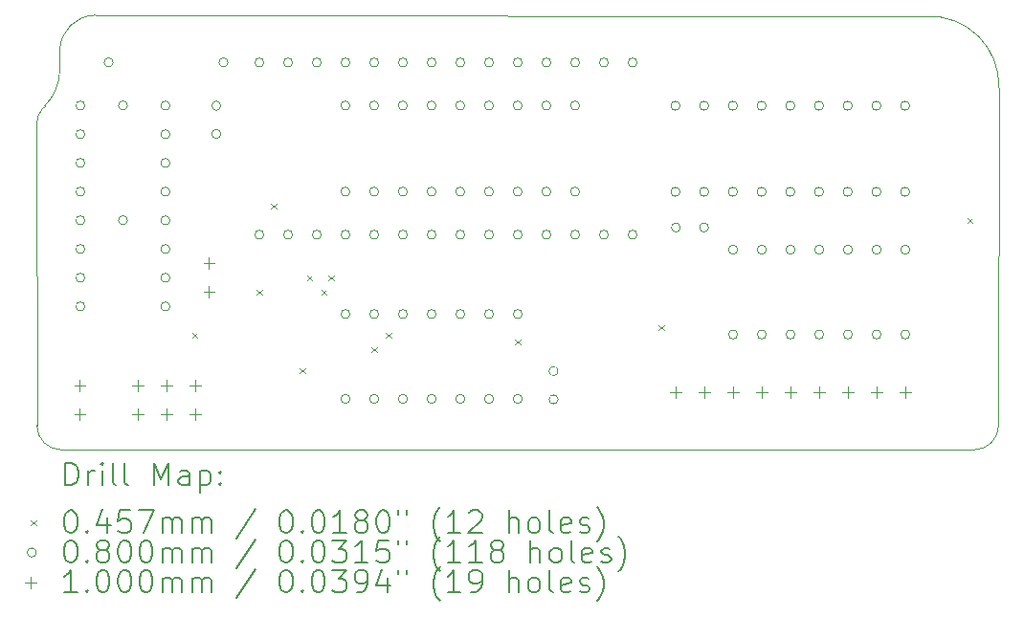
<source format=gbr>
%TF.GenerationSoftware,KiCad,Pcbnew,(6.0.11)*%
%TF.CreationDate,2023-02-07T02:55:36-07:00*%
%TF.ProjectId,FennecRAMadapt,46656e6e-6563-4524-914d-61646170742e,rev?*%
%TF.SameCoordinates,Original*%
%TF.FileFunction,Drillmap*%
%TF.FilePolarity,Positive*%
%FSLAX45Y45*%
G04 Gerber Fmt 4.5, Leading zero omitted, Abs format (unit mm)*
G04 Created by KiCad (PCBNEW (6.0.11)) date 2023-02-07 02:55:36*
%MOMM*%
%LPD*%
G01*
G04 APERTURE LIST*
%ADD10C,0.100000*%
%ADD11C,0.200000*%
%ADD12C,0.045720*%
%ADD13C,0.080000*%
G04 APERTURE END LIST*
D10*
X22737439Y-4352295D02*
X22734736Y-7338336D01*
X14276800Y-4533597D02*
X14295289Y-4512289D01*
X14276799Y-4533597D02*
G75*
G03*
X14226000Y-4668301I141501J-130293D01*
G01*
X14429200Y-4189000D02*
X14429200Y-4023900D01*
X14226264Y-7338336D02*
G75*
G03*
X14442164Y-7554236I215896J-4D01*
G01*
X22518836Y-7554236D02*
X14442164Y-7554236D01*
X14295289Y-4512289D02*
G75*
G03*
X14429200Y-4189000I-323289J323289D01*
G01*
X22737442Y-4352295D02*
G75*
G03*
X22099899Y-3717295I-611912J23185D01*
G01*
X14746700Y-3706400D02*
G75*
G03*
X14429200Y-4023900I0J-317500D01*
G01*
X22518836Y-7554236D02*
G75*
G03*
X22734736Y-7338336I4J215896D01*
G01*
X22099899Y-3717295D02*
X14746700Y-3706400D01*
X14226264Y-7338336D02*
X14226000Y-4668301D01*
D11*
D12*
X15600140Y-6515640D02*
X15645860Y-6561360D01*
X15645860Y-6515640D02*
X15600140Y-6561360D01*
X16171640Y-6134640D02*
X16217360Y-6180360D01*
X16217360Y-6134640D02*
X16171640Y-6180360D01*
X16298640Y-5372640D02*
X16344360Y-5418360D01*
X16344360Y-5372640D02*
X16298640Y-5418360D01*
X16552640Y-6833140D02*
X16598360Y-6878860D01*
X16598360Y-6833140D02*
X16552640Y-6878860D01*
X16616140Y-6007640D02*
X16661860Y-6053360D01*
X16661860Y-6007640D02*
X16616140Y-6053360D01*
X16743140Y-6134640D02*
X16788860Y-6180360D01*
X16788860Y-6134640D02*
X16743140Y-6180360D01*
X16806640Y-6007640D02*
X16852360Y-6053360D01*
X16852360Y-6007640D02*
X16806640Y-6053360D01*
X17187640Y-6642640D02*
X17233360Y-6688360D01*
X17233360Y-6642640D02*
X17187640Y-6688360D01*
X17314640Y-6515640D02*
X17360360Y-6561360D01*
X17360360Y-6515640D02*
X17314640Y-6561360D01*
X18457640Y-6579140D02*
X18503360Y-6624860D01*
X18503360Y-6579140D02*
X18457640Y-6624860D01*
X19727640Y-6452140D02*
X19773360Y-6497860D01*
X19773360Y-6452140D02*
X19727640Y-6497860D01*
X22458140Y-5499640D02*
X22503860Y-5545360D01*
X22503860Y-5499640D02*
X22458140Y-5545360D01*
D13*
X14651000Y-4507500D02*
G75*
G03*
X14651000Y-4507500I-40000J0D01*
G01*
X14651000Y-4761500D02*
G75*
G03*
X14651000Y-4761500I-40000J0D01*
G01*
X14651000Y-5015500D02*
G75*
G03*
X14651000Y-5015500I-40000J0D01*
G01*
X14651000Y-5269500D02*
G75*
G03*
X14651000Y-5269500I-40000J0D01*
G01*
X14651000Y-5523500D02*
G75*
G03*
X14651000Y-5523500I-40000J0D01*
G01*
X14651000Y-5777500D02*
G75*
G03*
X14651000Y-5777500I-40000J0D01*
G01*
X14651000Y-6031500D02*
G75*
G03*
X14651000Y-6031500I-40000J0D01*
G01*
X14651000Y-6285500D02*
G75*
G03*
X14651000Y-6285500I-40000J0D01*
G01*
X14901000Y-4125500D02*
G75*
G03*
X14901000Y-4125500I-40000J0D01*
G01*
X15028000Y-4506500D02*
G75*
G03*
X15028000Y-4506500I-40000J0D01*
G01*
X15028000Y-5522500D02*
G75*
G03*
X15028000Y-5522500I-40000J0D01*
G01*
X15403000Y-4507500D02*
G75*
G03*
X15403000Y-4507500I-40000J0D01*
G01*
X15403000Y-4761500D02*
G75*
G03*
X15403000Y-4761500I-40000J0D01*
G01*
X15403000Y-5015500D02*
G75*
G03*
X15403000Y-5015500I-40000J0D01*
G01*
X15403000Y-5269500D02*
G75*
G03*
X15403000Y-5269500I-40000J0D01*
G01*
X15403000Y-5523500D02*
G75*
G03*
X15403000Y-5523500I-40000J0D01*
G01*
X15403000Y-5777500D02*
G75*
G03*
X15403000Y-5777500I-40000J0D01*
G01*
X15403000Y-6031500D02*
G75*
G03*
X15403000Y-6031500I-40000J0D01*
G01*
X15403000Y-6285500D02*
G75*
G03*
X15403000Y-6285500I-40000J0D01*
G01*
X15853500Y-4508500D02*
G75*
G03*
X15853500Y-4508500I-40000J0D01*
G01*
X15853500Y-4758500D02*
G75*
G03*
X15853500Y-4758500I-40000J0D01*
G01*
X15917000Y-4125500D02*
G75*
G03*
X15917000Y-4125500I-40000J0D01*
G01*
X16234500Y-4126500D02*
G75*
G03*
X16234500Y-4126500I-40000J0D01*
G01*
X16234500Y-5650500D02*
G75*
G03*
X16234500Y-5650500I-40000J0D01*
G01*
X16488500Y-4126500D02*
G75*
G03*
X16488500Y-4126500I-40000J0D01*
G01*
X16488500Y-5650500D02*
G75*
G03*
X16488500Y-5650500I-40000J0D01*
G01*
X16742500Y-4126500D02*
G75*
G03*
X16742500Y-4126500I-40000J0D01*
G01*
X16742500Y-5650500D02*
G75*
G03*
X16742500Y-5650500I-40000J0D01*
G01*
X16995500Y-4507500D02*
G75*
G03*
X16995500Y-4507500I-40000J0D01*
G01*
X16995500Y-5269500D02*
G75*
G03*
X16995500Y-5269500I-40000J0D01*
G01*
X16996500Y-4126500D02*
G75*
G03*
X16996500Y-4126500I-40000J0D01*
G01*
X16996500Y-5650500D02*
G75*
G03*
X16996500Y-5650500I-40000J0D01*
G01*
X16996500Y-6353000D02*
G75*
G03*
X16996500Y-6353000I-40000J0D01*
G01*
X16996500Y-7105000D02*
G75*
G03*
X16996500Y-7105000I-40000J0D01*
G01*
X17249500Y-4507500D02*
G75*
G03*
X17249500Y-4507500I-40000J0D01*
G01*
X17249500Y-5269500D02*
G75*
G03*
X17249500Y-5269500I-40000J0D01*
G01*
X17250500Y-4126500D02*
G75*
G03*
X17250500Y-4126500I-40000J0D01*
G01*
X17250500Y-5650500D02*
G75*
G03*
X17250500Y-5650500I-40000J0D01*
G01*
X17250500Y-6353000D02*
G75*
G03*
X17250500Y-6353000I-40000J0D01*
G01*
X17250500Y-7105000D02*
G75*
G03*
X17250500Y-7105000I-40000J0D01*
G01*
X17503500Y-4507500D02*
G75*
G03*
X17503500Y-4507500I-40000J0D01*
G01*
X17503500Y-5269500D02*
G75*
G03*
X17503500Y-5269500I-40000J0D01*
G01*
X17504500Y-4126500D02*
G75*
G03*
X17504500Y-4126500I-40000J0D01*
G01*
X17504500Y-5650500D02*
G75*
G03*
X17504500Y-5650500I-40000J0D01*
G01*
X17504500Y-6353000D02*
G75*
G03*
X17504500Y-6353000I-40000J0D01*
G01*
X17504500Y-7105000D02*
G75*
G03*
X17504500Y-7105000I-40000J0D01*
G01*
X17757500Y-4507500D02*
G75*
G03*
X17757500Y-4507500I-40000J0D01*
G01*
X17757500Y-5269500D02*
G75*
G03*
X17757500Y-5269500I-40000J0D01*
G01*
X17758500Y-4126500D02*
G75*
G03*
X17758500Y-4126500I-40000J0D01*
G01*
X17758500Y-5650500D02*
G75*
G03*
X17758500Y-5650500I-40000J0D01*
G01*
X17758500Y-6353000D02*
G75*
G03*
X17758500Y-6353000I-40000J0D01*
G01*
X17758500Y-7105000D02*
G75*
G03*
X17758500Y-7105000I-40000J0D01*
G01*
X18011500Y-4507500D02*
G75*
G03*
X18011500Y-4507500I-40000J0D01*
G01*
X18011500Y-5269500D02*
G75*
G03*
X18011500Y-5269500I-40000J0D01*
G01*
X18012500Y-4126500D02*
G75*
G03*
X18012500Y-4126500I-40000J0D01*
G01*
X18012500Y-5650500D02*
G75*
G03*
X18012500Y-5650500I-40000J0D01*
G01*
X18012500Y-6353000D02*
G75*
G03*
X18012500Y-6353000I-40000J0D01*
G01*
X18012500Y-7105000D02*
G75*
G03*
X18012500Y-7105000I-40000J0D01*
G01*
X18265500Y-4507500D02*
G75*
G03*
X18265500Y-4507500I-40000J0D01*
G01*
X18265500Y-5269500D02*
G75*
G03*
X18265500Y-5269500I-40000J0D01*
G01*
X18266500Y-4126500D02*
G75*
G03*
X18266500Y-4126500I-40000J0D01*
G01*
X18266500Y-5650500D02*
G75*
G03*
X18266500Y-5650500I-40000J0D01*
G01*
X18266500Y-6353000D02*
G75*
G03*
X18266500Y-6353000I-40000J0D01*
G01*
X18266500Y-7105000D02*
G75*
G03*
X18266500Y-7105000I-40000J0D01*
G01*
X18519500Y-4507500D02*
G75*
G03*
X18519500Y-4507500I-40000J0D01*
G01*
X18519500Y-5269500D02*
G75*
G03*
X18519500Y-5269500I-40000J0D01*
G01*
X18520500Y-4126500D02*
G75*
G03*
X18520500Y-4126500I-40000J0D01*
G01*
X18520500Y-5650500D02*
G75*
G03*
X18520500Y-5650500I-40000J0D01*
G01*
X18520500Y-6353000D02*
G75*
G03*
X18520500Y-6353000I-40000J0D01*
G01*
X18520500Y-7105000D02*
G75*
G03*
X18520500Y-7105000I-40000J0D01*
G01*
X18773500Y-4507500D02*
G75*
G03*
X18773500Y-4507500I-40000J0D01*
G01*
X18773500Y-5269500D02*
G75*
G03*
X18773500Y-5269500I-40000J0D01*
G01*
X18774500Y-4126500D02*
G75*
G03*
X18774500Y-4126500I-40000J0D01*
G01*
X18774500Y-5650500D02*
G75*
G03*
X18774500Y-5650500I-40000J0D01*
G01*
X18838000Y-6858000D02*
G75*
G03*
X18838000Y-6858000I-40000J0D01*
G01*
X18838000Y-7108000D02*
G75*
G03*
X18838000Y-7108000I-40000J0D01*
G01*
X19027500Y-4507500D02*
G75*
G03*
X19027500Y-4507500I-40000J0D01*
G01*
X19027500Y-5269500D02*
G75*
G03*
X19027500Y-5269500I-40000J0D01*
G01*
X19028500Y-4126500D02*
G75*
G03*
X19028500Y-4126500I-40000J0D01*
G01*
X19028500Y-5650500D02*
G75*
G03*
X19028500Y-5650500I-40000J0D01*
G01*
X19282500Y-4126500D02*
G75*
G03*
X19282500Y-4126500I-40000J0D01*
G01*
X19282500Y-5650500D02*
G75*
G03*
X19282500Y-5650500I-40000J0D01*
G01*
X19536500Y-4126500D02*
G75*
G03*
X19536500Y-4126500I-40000J0D01*
G01*
X19536500Y-5650500D02*
G75*
G03*
X19536500Y-5650500I-40000J0D01*
G01*
X19915500Y-4508500D02*
G75*
G03*
X19915500Y-4508500I-40000J0D01*
G01*
X19915500Y-5270500D02*
G75*
G03*
X19915500Y-5270500I-40000J0D01*
G01*
X19919500Y-5586000D02*
G75*
G03*
X19919500Y-5586000I-40000J0D01*
G01*
X20169500Y-4508500D02*
G75*
G03*
X20169500Y-4508500I-40000J0D01*
G01*
X20169500Y-5270500D02*
G75*
G03*
X20169500Y-5270500I-40000J0D01*
G01*
X20169500Y-5586000D02*
G75*
G03*
X20169500Y-5586000I-40000J0D01*
G01*
X20423500Y-4508500D02*
G75*
G03*
X20423500Y-4508500I-40000J0D01*
G01*
X20423500Y-5270500D02*
G75*
G03*
X20423500Y-5270500I-40000J0D01*
G01*
X20425500Y-5781500D02*
G75*
G03*
X20425500Y-5781500I-40000J0D01*
G01*
X20425500Y-6533500D02*
G75*
G03*
X20425500Y-6533500I-40000J0D01*
G01*
X20677500Y-4508500D02*
G75*
G03*
X20677500Y-4508500I-40000J0D01*
G01*
X20677500Y-5270500D02*
G75*
G03*
X20677500Y-5270500I-40000J0D01*
G01*
X20679500Y-5781500D02*
G75*
G03*
X20679500Y-5781500I-40000J0D01*
G01*
X20679500Y-6533500D02*
G75*
G03*
X20679500Y-6533500I-40000J0D01*
G01*
X20931500Y-4508500D02*
G75*
G03*
X20931500Y-4508500I-40000J0D01*
G01*
X20931500Y-5270500D02*
G75*
G03*
X20931500Y-5270500I-40000J0D01*
G01*
X20933500Y-5781500D02*
G75*
G03*
X20933500Y-5781500I-40000J0D01*
G01*
X20933500Y-6533500D02*
G75*
G03*
X20933500Y-6533500I-40000J0D01*
G01*
X21185500Y-4508500D02*
G75*
G03*
X21185500Y-4508500I-40000J0D01*
G01*
X21185500Y-5270500D02*
G75*
G03*
X21185500Y-5270500I-40000J0D01*
G01*
X21187500Y-5781500D02*
G75*
G03*
X21187500Y-5781500I-40000J0D01*
G01*
X21187500Y-6533500D02*
G75*
G03*
X21187500Y-6533500I-40000J0D01*
G01*
X21439500Y-4508500D02*
G75*
G03*
X21439500Y-4508500I-40000J0D01*
G01*
X21439500Y-5270500D02*
G75*
G03*
X21439500Y-5270500I-40000J0D01*
G01*
X21441500Y-5781500D02*
G75*
G03*
X21441500Y-5781500I-40000J0D01*
G01*
X21441500Y-6533500D02*
G75*
G03*
X21441500Y-6533500I-40000J0D01*
G01*
X21693500Y-4508500D02*
G75*
G03*
X21693500Y-4508500I-40000J0D01*
G01*
X21693500Y-5270500D02*
G75*
G03*
X21693500Y-5270500I-40000J0D01*
G01*
X21695500Y-5781500D02*
G75*
G03*
X21695500Y-5781500I-40000J0D01*
G01*
X21695500Y-6533500D02*
G75*
G03*
X21695500Y-6533500I-40000J0D01*
G01*
X21947500Y-4508500D02*
G75*
G03*
X21947500Y-4508500I-40000J0D01*
G01*
X21947500Y-5270500D02*
G75*
G03*
X21947500Y-5270500I-40000J0D01*
G01*
X21949500Y-5781500D02*
G75*
G03*
X21949500Y-5781500I-40000J0D01*
G01*
X21949500Y-6533500D02*
G75*
G03*
X21949500Y-6533500I-40000J0D01*
G01*
D10*
X14607000Y-6933000D02*
X14607000Y-7033000D01*
X14557000Y-6983000D02*
X14657000Y-6983000D01*
X14607000Y-7187000D02*
X14607000Y-7287000D01*
X14557000Y-7237000D02*
X14657000Y-7237000D01*
X15116500Y-6933000D02*
X15116500Y-7033000D01*
X15066500Y-6983000D02*
X15166500Y-6983000D01*
X15116500Y-7187500D02*
X15116500Y-7287500D01*
X15066500Y-7237500D02*
X15166500Y-7237500D01*
X15370500Y-6933000D02*
X15370500Y-7033000D01*
X15320500Y-6983000D02*
X15420500Y-6983000D01*
X15370500Y-7187500D02*
X15370500Y-7287500D01*
X15320500Y-7237500D02*
X15420500Y-7237500D01*
X15624500Y-6933000D02*
X15624500Y-7033000D01*
X15574500Y-6983000D02*
X15674500Y-6983000D01*
X15624500Y-7187500D02*
X15624500Y-7287500D01*
X15574500Y-7237500D02*
X15674500Y-7237500D01*
X15750000Y-5853500D02*
X15750000Y-5953500D01*
X15700000Y-5903500D02*
X15800000Y-5903500D01*
X15750000Y-6107500D02*
X15750000Y-6207500D01*
X15700000Y-6157500D02*
X15800000Y-6157500D01*
X19877500Y-6996500D02*
X19877500Y-7096500D01*
X19827500Y-7046500D02*
X19927500Y-7046500D01*
X20131500Y-6996500D02*
X20131500Y-7096500D01*
X20081500Y-7046500D02*
X20181500Y-7046500D01*
X20385500Y-6996500D02*
X20385500Y-7096500D01*
X20335500Y-7046500D02*
X20435500Y-7046500D01*
X20639500Y-6996500D02*
X20639500Y-7096500D01*
X20589500Y-7046500D02*
X20689500Y-7046500D01*
X20893500Y-6996500D02*
X20893500Y-7096500D01*
X20843500Y-7046500D02*
X20943500Y-7046500D01*
X21147500Y-6996500D02*
X21147500Y-7096500D01*
X21097500Y-7046500D02*
X21197500Y-7046500D01*
X21401500Y-6996500D02*
X21401500Y-7096500D01*
X21351500Y-7046500D02*
X21451500Y-7046500D01*
X21655500Y-6996500D02*
X21655500Y-7096500D01*
X21605500Y-7046500D02*
X21705500Y-7046500D01*
X21909500Y-6996500D02*
X21909500Y-7096500D01*
X21859500Y-7046500D02*
X21959500Y-7046500D01*
D11*
X14478568Y-7869712D02*
X14478568Y-7669712D01*
X14526187Y-7669712D01*
X14554759Y-7679236D01*
X14573806Y-7698283D01*
X14583330Y-7717331D01*
X14592854Y-7755426D01*
X14592854Y-7783997D01*
X14583330Y-7822093D01*
X14573806Y-7841140D01*
X14554759Y-7860188D01*
X14526187Y-7869712D01*
X14478568Y-7869712D01*
X14678568Y-7869712D02*
X14678568Y-7736378D01*
X14678568Y-7774474D02*
X14688092Y-7755426D01*
X14697616Y-7745902D01*
X14716664Y-7736378D01*
X14735711Y-7736378D01*
X14802378Y-7869712D02*
X14802378Y-7736378D01*
X14802378Y-7669712D02*
X14792854Y-7679236D01*
X14802378Y-7688759D01*
X14811902Y-7679236D01*
X14802378Y-7669712D01*
X14802378Y-7688759D01*
X14926187Y-7869712D02*
X14907140Y-7860188D01*
X14897616Y-7841140D01*
X14897616Y-7669712D01*
X15030949Y-7869712D02*
X15011902Y-7860188D01*
X15002378Y-7841140D01*
X15002378Y-7669712D01*
X15259521Y-7869712D02*
X15259521Y-7669712D01*
X15326187Y-7812569D01*
X15392854Y-7669712D01*
X15392854Y-7869712D01*
X15573806Y-7869712D02*
X15573806Y-7764950D01*
X15564283Y-7745902D01*
X15545235Y-7736378D01*
X15507140Y-7736378D01*
X15488092Y-7745902D01*
X15573806Y-7860188D02*
X15554759Y-7869712D01*
X15507140Y-7869712D01*
X15488092Y-7860188D01*
X15478568Y-7841140D01*
X15478568Y-7822093D01*
X15488092Y-7803045D01*
X15507140Y-7793521D01*
X15554759Y-7793521D01*
X15573806Y-7783997D01*
X15669045Y-7736378D02*
X15669045Y-7936378D01*
X15669045Y-7745902D02*
X15688092Y-7736378D01*
X15726187Y-7736378D01*
X15745235Y-7745902D01*
X15754759Y-7755426D01*
X15764283Y-7774474D01*
X15764283Y-7831616D01*
X15754759Y-7850664D01*
X15745235Y-7860188D01*
X15726187Y-7869712D01*
X15688092Y-7869712D01*
X15669045Y-7860188D01*
X15849997Y-7850664D02*
X15859521Y-7860188D01*
X15849997Y-7869712D01*
X15840473Y-7860188D01*
X15849997Y-7850664D01*
X15849997Y-7869712D01*
X15849997Y-7745902D02*
X15859521Y-7755426D01*
X15849997Y-7764950D01*
X15840473Y-7755426D01*
X15849997Y-7745902D01*
X15849997Y-7764950D01*
D12*
X14175229Y-8176376D02*
X14220949Y-8222096D01*
X14220949Y-8176376D02*
X14175229Y-8222096D01*
D11*
X14516664Y-8089712D02*
X14535711Y-8089712D01*
X14554759Y-8099236D01*
X14564283Y-8108759D01*
X14573806Y-8127807D01*
X14583330Y-8165902D01*
X14583330Y-8213521D01*
X14573806Y-8251616D01*
X14564283Y-8270664D01*
X14554759Y-8280188D01*
X14535711Y-8289712D01*
X14516664Y-8289712D01*
X14497616Y-8280188D01*
X14488092Y-8270664D01*
X14478568Y-8251616D01*
X14469045Y-8213521D01*
X14469045Y-8165902D01*
X14478568Y-8127807D01*
X14488092Y-8108759D01*
X14497616Y-8099236D01*
X14516664Y-8089712D01*
X14669045Y-8270664D02*
X14678568Y-8280188D01*
X14669045Y-8289712D01*
X14659521Y-8280188D01*
X14669045Y-8270664D01*
X14669045Y-8289712D01*
X14849997Y-8156378D02*
X14849997Y-8289712D01*
X14802378Y-8080188D02*
X14754759Y-8223045D01*
X14878568Y-8223045D01*
X15049997Y-8089712D02*
X14954759Y-8089712D01*
X14945235Y-8184950D01*
X14954759Y-8175426D01*
X14973806Y-8165902D01*
X15021425Y-8165902D01*
X15040473Y-8175426D01*
X15049997Y-8184950D01*
X15059521Y-8203997D01*
X15059521Y-8251616D01*
X15049997Y-8270664D01*
X15040473Y-8280188D01*
X15021425Y-8289712D01*
X14973806Y-8289712D01*
X14954759Y-8280188D01*
X14945235Y-8270664D01*
X15126187Y-8089712D02*
X15259521Y-8089712D01*
X15173806Y-8289712D01*
X15335711Y-8289712D02*
X15335711Y-8156378D01*
X15335711Y-8175426D02*
X15345235Y-8165902D01*
X15364283Y-8156378D01*
X15392854Y-8156378D01*
X15411902Y-8165902D01*
X15421425Y-8184950D01*
X15421425Y-8289712D01*
X15421425Y-8184950D02*
X15430949Y-8165902D01*
X15449997Y-8156378D01*
X15478568Y-8156378D01*
X15497616Y-8165902D01*
X15507140Y-8184950D01*
X15507140Y-8289712D01*
X15602378Y-8289712D02*
X15602378Y-8156378D01*
X15602378Y-8175426D02*
X15611902Y-8165902D01*
X15630949Y-8156378D01*
X15659521Y-8156378D01*
X15678568Y-8165902D01*
X15688092Y-8184950D01*
X15688092Y-8289712D01*
X15688092Y-8184950D02*
X15697616Y-8165902D01*
X15716664Y-8156378D01*
X15745235Y-8156378D01*
X15764283Y-8165902D01*
X15773806Y-8184950D01*
X15773806Y-8289712D01*
X16164283Y-8080188D02*
X15992854Y-8337331D01*
X16421425Y-8089712D02*
X16440473Y-8089712D01*
X16459521Y-8099236D01*
X16469045Y-8108759D01*
X16478568Y-8127807D01*
X16488092Y-8165902D01*
X16488092Y-8213521D01*
X16478568Y-8251616D01*
X16469045Y-8270664D01*
X16459521Y-8280188D01*
X16440473Y-8289712D01*
X16421425Y-8289712D01*
X16402378Y-8280188D01*
X16392854Y-8270664D01*
X16383330Y-8251616D01*
X16373806Y-8213521D01*
X16373806Y-8165902D01*
X16383330Y-8127807D01*
X16392854Y-8108759D01*
X16402378Y-8099236D01*
X16421425Y-8089712D01*
X16573806Y-8270664D02*
X16583330Y-8280188D01*
X16573806Y-8289712D01*
X16564283Y-8280188D01*
X16573806Y-8270664D01*
X16573806Y-8289712D01*
X16707140Y-8089712D02*
X16726187Y-8089712D01*
X16745235Y-8099236D01*
X16754759Y-8108759D01*
X16764283Y-8127807D01*
X16773806Y-8165902D01*
X16773806Y-8213521D01*
X16764283Y-8251616D01*
X16754759Y-8270664D01*
X16745235Y-8280188D01*
X16726187Y-8289712D01*
X16707140Y-8289712D01*
X16688092Y-8280188D01*
X16678568Y-8270664D01*
X16669045Y-8251616D01*
X16659521Y-8213521D01*
X16659521Y-8165902D01*
X16669045Y-8127807D01*
X16678568Y-8108759D01*
X16688092Y-8099236D01*
X16707140Y-8089712D01*
X16964283Y-8289712D02*
X16849997Y-8289712D01*
X16907140Y-8289712D02*
X16907140Y-8089712D01*
X16888092Y-8118283D01*
X16869045Y-8137331D01*
X16849997Y-8146855D01*
X17078568Y-8175426D02*
X17059521Y-8165902D01*
X17049997Y-8156378D01*
X17040473Y-8137331D01*
X17040473Y-8127807D01*
X17049997Y-8108759D01*
X17059521Y-8099236D01*
X17078568Y-8089712D01*
X17116664Y-8089712D01*
X17135711Y-8099236D01*
X17145235Y-8108759D01*
X17154759Y-8127807D01*
X17154759Y-8137331D01*
X17145235Y-8156378D01*
X17135711Y-8165902D01*
X17116664Y-8175426D01*
X17078568Y-8175426D01*
X17059521Y-8184950D01*
X17049997Y-8194474D01*
X17040473Y-8213521D01*
X17040473Y-8251616D01*
X17049997Y-8270664D01*
X17059521Y-8280188D01*
X17078568Y-8289712D01*
X17116664Y-8289712D01*
X17135711Y-8280188D01*
X17145235Y-8270664D01*
X17154759Y-8251616D01*
X17154759Y-8213521D01*
X17145235Y-8194474D01*
X17135711Y-8184950D01*
X17116664Y-8175426D01*
X17278568Y-8089712D02*
X17297616Y-8089712D01*
X17316664Y-8099236D01*
X17326187Y-8108759D01*
X17335711Y-8127807D01*
X17345235Y-8165902D01*
X17345235Y-8213521D01*
X17335711Y-8251616D01*
X17326187Y-8270664D01*
X17316664Y-8280188D01*
X17297616Y-8289712D01*
X17278568Y-8289712D01*
X17259521Y-8280188D01*
X17249997Y-8270664D01*
X17240473Y-8251616D01*
X17230949Y-8213521D01*
X17230949Y-8165902D01*
X17240473Y-8127807D01*
X17249997Y-8108759D01*
X17259521Y-8099236D01*
X17278568Y-8089712D01*
X17421426Y-8089712D02*
X17421426Y-8127807D01*
X17497616Y-8089712D02*
X17497616Y-8127807D01*
X17792854Y-8365902D02*
X17783330Y-8356378D01*
X17764283Y-8327807D01*
X17754759Y-8308759D01*
X17745235Y-8280188D01*
X17735711Y-8232569D01*
X17735711Y-8194474D01*
X17745235Y-8146855D01*
X17754759Y-8118283D01*
X17764283Y-8099236D01*
X17783330Y-8070664D01*
X17792854Y-8061140D01*
X17973807Y-8289712D02*
X17859521Y-8289712D01*
X17916664Y-8289712D02*
X17916664Y-8089712D01*
X17897616Y-8118283D01*
X17878568Y-8137331D01*
X17859521Y-8146855D01*
X18049997Y-8108759D02*
X18059521Y-8099236D01*
X18078568Y-8089712D01*
X18126187Y-8089712D01*
X18145235Y-8099236D01*
X18154759Y-8108759D01*
X18164283Y-8127807D01*
X18164283Y-8146855D01*
X18154759Y-8175426D01*
X18040473Y-8289712D01*
X18164283Y-8289712D01*
X18402378Y-8289712D02*
X18402378Y-8089712D01*
X18488092Y-8289712D02*
X18488092Y-8184950D01*
X18478568Y-8165902D01*
X18459521Y-8156378D01*
X18430949Y-8156378D01*
X18411902Y-8165902D01*
X18402378Y-8175426D01*
X18611902Y-8289712D02*
X18592854Y-8280188D01*
X18583330Y-8270664D01*
X18573807Y-8251616D01*
X18573807Y-8194474D01*
X18583330Y-8175426D01*
X18592854Y-8165902D01*
X18611902Y-8156378D01*
X18640473Y-8156378D01*
X18659521Y-8165902D01*
X18669045Y-8175426D01*
X18678568Y-8194474D01*
X18678568Y-8251616D01*
X18669045Y-8270664D01*
X18659521Y-8280188D01*
X18640473Y-8289712D01*
X18611902Y-8289712D01*
X18792854Y-8289712D02*
X18773807Y-8280188D01*
X18764283Y-8261140D01*
X18764283Y-8089712D01*
X18945235Y-8280188D02*
X18926187Y-8289712D01*
X18888092Y-8289712D01*
X18869045Y-8280188D01*
X18859521Y-8261140D01*
X18859521Y-8184950D01*
X18869045Y-8165902D01*
X18888092Y-8156378D01*
X18926187Y-8156378D01*
X18945235Y-8165902D01*
X18954759Y-8184950D01*
X18954759Y-8203997D01*
X18859521Y-8223045D01*
X19030949Y-8280188D02*
X19049997Y-8289712D01*
X19088092Y-8289712D01*
X19107140Y-8280188D01*
X19116664Y-8261140D01*
X19116664Y-8251616D01*
X19107140Y-8232569D01*
X19088092Y-8223045D01*
X19059521Y-8223045D01*
X19040473Y-8213521D01*
X19030949Y-8194474D01*
X19030949Y-8184950D01*
X19040473Y-8165902D01*
X19059521Y-8156378D01*
X19088092Y-8156378D01*
X19107140Y-8165902D01*
X19183330Y-8365902D02*
X19192854Y-8356378D01*
X19211902Y-8327807D01*
X19221426Y-8308759D01*
X19230949Y-8280188D01*
X19240473Y-8232569D01*
X19240473Y-8194474D01*
X19230949Y-8146855D01*
X19221426Y-8118283D01*
X19211902Y-8099236D01*
X19192854Y-8070664D01*
X19183330Y-8061140D01*
D13*
X14220949Y-8463236D02*
G75*
G03*
X14220949Y-8463236I-40000J0D01*
G01*
D11*
X14516664Y-8353712D02*
X14535711Y-8353712D01*
X14554759Y-8363236D01*
X14564283Y-8372759D01*
X14573806Y-8391807D01*
X14583330Y-8429902D01*
X14583330Y-8477521D01*
X14573806Y-8515617D01*
X14564283Y-8534664D01*
X14554759Y-8544188D01*
X14535711Y-8553712D01*
X14516664Y-8553712D01*
X14497616Y-8544188D01*
X14488092Y-8534664D01*
X14478568Y-8515617D01*
X14469045Y-8477521D01*
X14469045Y-8429902D01*
X14478568Y-8391807D01*
X14488092Y-8372759D01*
X14497616Y-8363236D01*
X14516664Y-8353712D01*
X14669045Y-8534664D02*
X14678568Y-8544188D01*
X14669045Y-8553712D01*
X14659521Y-8544188D01*
X14669045Y-8534664D01*
X14669045Y-8553712D01*
X14792854Y-8439426D02*
X14773806Y-8429902D01*
X14764283Y-8420378D01*
X14754759Y-8401331D01*
X14754759Y-8391807D01*
X14764283Y-8372759D01*
X14773806Y-8363236D01*
X14792854Y-8353712D01*
X14830949Y-8353712D01*
X14849997Y-8363236D01*
X14859521Y-8372759D01*
X14869045Y-8391807D01*
X14869045Y-8401331D01*
X14859521Y-8420378D01*
X14849997Y-8429902D01*
X14830949Y-8439426D01*
X14792854Y-8439426D01*
X14773806Y-8448950D01*
X14764283Y-8458474D01*
X14754759Y-8477521D01*
X14754759Y-8515617D01*
X14764283Y-8534664D01*
X14773806Y-8544188D01*
X14792854Y-8553712D01*
X14830949Y-8553712D01*
X14849997Y-8544188D01*
X14859521Y-8534664D01*
X14869045Y-8515617D01*
X14869045Y-8477521D01*
X14859521Y-8458474D01*
X14849997Y-8448950D01*
X14830949Y-8439426D01*
X14992854Y-8353712D02*
X15011902Y-8353712D01*
X15030949Y-8363236D01*
X15040473Y-8372759D01*
X15049997Y-8391807D01*
X15059521Y-8429902D01*
X15059521Y-8477521D01*
X15049997Y-8515617D01*
X15040473Y-8534664D01*
X15030949Y-8544188D01*
X15011902Y-8553712D01*
X14992854Y-8553712D01*
X14973806Y-8544188D01*
X14964283Y-8534664D01*
X14954759Y-8515617D01*
X14945235Y-8477521D01*
X14945235Y-8429902D01*
X14954759Y-8391807D01*
X14964283Y-8372759D01*
X14973806Y-8363236D01*
X14992854Y-8353712D01*
X15183330Y-8353712D02*
X15202378Y-8353712D01*
X15221425Y-8363236D01*
X15230949Y-8372759D01*
X15240473Y-8391807D01*
X15249997Y-8429902D01*
X15249997Y-8477521D01*
X15240473Y-8515617D01*
X15230949Y-8534664D01*
X15221425Y-8544188D01*
X15202378Y-8553712D01*
X15183330Y-8553712D01*
X15164283Y-8544188D01*
X15154759Y-8534664D01*
X15145235Y-8515617D01*
X15135711Y-8477521D01*
X15135711Y-8429902D01*
X15145235Y-8391807D01*
X15154759Y-8372759D01*
X15164283Y-8363236D01*
X15183330Y-8353712D01*
X15335711Y-8553712D02*
X15335711Y-8420378D01*
X15335711Y-8439426D02*
X15345235Y-8429902D01*
X15364283Y-8420378D01*
X15392854Y-8420378D01*
X15411902Y-8429902D01*
X15421425Y-8448950D01*
X15421425Y-8553712D01*
X15421425Y-8448950D02*
X15430949Y-8429902D01*
X15449997Y-8420378D01*
X15478568Y-8420378D01*
X15497616Y-8429902D01*
X15507140Y-8448950D01*
X15507140Y-8553712D01*
X15602378Y-8553712D02*
X15602378Y-8420378D01*
X15602378Y-8439426D02*
X15611902Y-8429902D01*
X15630949Y-8420378D01*
X15659521Y-8420378D01*
X15678568Y-8429902D01*
X15688092Y-8448950D01*
X15688092Y-8553712D01*
X15688092Y-8448950D02*
X15697616Y-8429902D01*
X15716664Y-8420378D01*
X15745235Y-8420378D01*
X15764283Y-8429902D01*
X15773806Y-8448950D01*
X15773806Y-8553712D01*
X16164283Y-8344188D02*
X15992854Y-8601331D01*
X16421425Y-8353712D02*
X16440473Y-8353712D01*
X16459521Y-8363236D01*
X16469045Y-8372759D01*
X16478568Y-8391807D01*
X16488092Y-8429902D01*
X16488092Y-8477521D01*
X16478568Y-8515617D01*
X16469045Y-8534664D01*
X16459521Y-8544188D01*
X16440473Y-8553712D01*
X16421425Y-8553712D01*
X16402378Y-8544188D01*
X16392854Y-8534664D01*
X16383330Y-8515617D01*
X16373806Y-8477521D01*
X16373806Y-8429902D01*
X16383330Y-8391807D01*
X16392854Y-8372759D01*
X16402378Y-8363236D01*
X16421425Y-8353712D01*
X16573806Y-8534664D02*
X16583330Y-8544188D01*
X16573806Y-8553712D01*
X16564283Y-8544188D01*
X16573806Y-8534664D01*
X16573806Y-8553712D01*
X16707140Y-8353712D02*
X16726187Y-8353712D01*
X16745235Y-8363236D01*
X16754759Y-8372759D01*
X16764283Y-8391807D01*
X16773806Y-8429902D01*
X16773806Y-8477521D01*
X16764283Y-8515617D01*
X16754759Y-8534664D01*
X16745235Y-8544188D01*
X16726187Y-8553712D01*
X16707140Y-8553712D01*
X16688092Y-8544188D01*
X16678568Y-8534664D01*
X16669045Y-8515617D01*
X16659521Y-8477521D01*
X16659521Y-8429902D01*
X16669045Y-8391807D01*
X16678568Y-8372759D01*
X16688092Y-8363236D01*
X16707140Y-8353712D01*
X16840473Y-8353712D02*
X16964283Y-8353712D01*
X16897616Y-8429902D01*
X16926187Y-8429902D01*
X16945235Y-8439426D01*
X16954759Y-8448950D01*
X16964283Y-8467998D01*
X16964283Y-8515617D01*
X16954759Y-8534664D01*
X16945235Y-8544188D01*
X16926187Y-8553712D01*
X16869045Y-8553712D01*
X16849997Y-8544188D01*
X16840473Y-8534664D01*
X17154759Y-8553712D02*
X17040473Y-8553712D01*
X17097616Y-8553712D02*
X17097616Y-8353712D01*
X17078568Y-8382283D01*
X17059521Y-8401331D01*
X17040473Y-8410855D01*
X17335711Y-8353712D02*
X17240473Y-8353712D01*
X17230949Y-8448950D01*
X17240473Y-8439426D01*
X17259521Y-8429902D01*
X17307140Y-8429902D01*
X17326187Y-8439426D01*
X17335711Y-8448950D01*
X17345235Y-8467998D01*
X17345235Y-8515617D01*
X17335711Y-8534664D01*
X17326187Y-8544188D01*
X17307140Y-8553712D01*
X17259521Y-8553712D01*
X17240473Y-8544188D01*
X17230949Y-8534664D01*
X17421426Y-8353712D02*
X17421426Y-8391807D01*
X17497616Y-8353712D02*
X17497616Y-8391807D01*
X17792854Y-8629902D02*
X17783330Y-8620378D01*
X17764283Y-8591807D01*
X17754759Y-8572759D01*
X17745235Y-8544188D01*
X17735711Y-8496569D01*
X17735711Y-8458474D01*
X17745235Y-8410855D01*
X17754759Y-8382283D01*
X17764283Y-8363236D01*
X17783330Y-8334664D01*
X17792854Y-8325140D01*
X17973807Y-8553712D02*
X17859521Y-8553712D01*
X17916664Y-8553712D02*
X17916664Y-8353712D01*
X17897616Y-8382283D01*
X17878568Y-8401331D01*
X17859521Y-8410855D01*
X18164283Y-8553712D02*
X18049997Y-8553712D01*
X18107140Y-8553712D02*
X18107140Y-8353712D01*
X18088092Y-8382283D01*
X18069045Y-8401331D01*
X18049997Y-8410855D01*
X18278568Y-8439426D02*
X18259521Y-8429902D01*
X18249997Y-8420378D01*
X18240473Y-8401331D01*
X18240473Y-8391807D01*
X18249997Y-8372759D01*
X18259521Y-8363236D01*
X18278568Y-8353712D01*
X18316664Y-8353712D01*
X18335711Y-8363236D01*
X18345235Y-8372759D01*
X18354759Y-8391807D01*
X18354759Y-8401331D01*
X18345235Y-8420378D01*
X18335711Y-8429902D01*
X18316664Y-8439426D01*
X18278568Y-8439426D01*
X18259521Y-8448950D01*
X18249997Y-8458474D01*
X18240473Y-8477521D01*
X18240473Y-8515617D01*
X18249997Y-8534664D01*
X18259521Y-8544188D01*
X18278568Y-8553712D01*
X18316664Y-8553712D01*
X18335711Y-8544188D01*
X18345235Y-8534664D01*
X18354759Y-8515617D01*
X18354759Y-8477521D01*
X18345235Y-8458474D01*
X18335711Y-8448950D01*
X18316664Y-8439426D01*
X18592854Y-8553712D02*
X18592854Y-8353712D01*
X18678568Y-8553712D02*
X18678568Y-8448950D01*
X18669045Y-8429902D01*
X18649997Y-8420378D01*
X18621426Y-8420378D01*
X18602378Y-8429902D01*
X18592854Y-8439426D01*
X18802378Y-8553712D02*
X18783330Y-8544188D01*
X18773807Y-8534664D01*
X18764283Y-8515617D01*
X18764283Y-8458474D01*
X18773807Y-8439426D01*
X18783330Y-8429902D01*
X18802378Y-8420378D01*
X18830949Y-8420378D01*
X18849997Y-8429902D01*
X18859521Y-8439426D01*
X18869045Y-8458474D01*
X18869045Y-8515617D01*
X18859521Y-8534664D01*
X18849997Y-8544188D01*
X18830949Y-8553712D01*
X18802378Y-8553712D01*
X18983330Y-8553712D02*
X18964283Y-8544188D01*
X18954759Y-8525140D01*
X18954759Y-8353712D01*
X19135711Y-8544188D02*
X19116664Y-8553712D01*
X19078568Y-8553712D01*
X19059521Y-8544188D01*
X19049997Y-8525140D01*
X19049997Y-8448950D01*
X19059521Y-8429902D01*
X19078568Y-8420378D01*
X19116664Y-8420378D01*
X19135711Y-8429902D01*
X19145235Y-8448950D01*
X19145235Y-8467998D01*
X19049997Y-8487045D01*
X19221426Y-8544188D02*
X19240473Y-8553712D01*
X19278568Y-8553712D01*
X19297616Y-8544188D01*
X19307140Y-8525140D01*
X19307140Y-8515617D01*
X19297616Y-8496569D01*
X19278568Y-8487045D01*
X19249997Y-8487045D01*
X19230949Y-8477521D01*
X19221426Y-8458474D01*
X19221426Y-8448950D01*
X19230949Y-8429902D01*
X19249997Y-8420378D01*
X19278568Y-8420378D01*
X19297616Y-8429902D01*
X19373807Y-8629902D02*
X19383330Y-8620378D01*
X19402378Y-8591807D01*
X19411902Y-8572759D01*
X19421426Y-8544188D01*
X19430949Y-8496569D01*
X19430949Y-8458474D01*
X19421426Y-8410855D01*
X19411902Y-8382283D01*
X19402378Y-8363236D01*
X19383330Y-8334664D01*
X19373807Y-8325140D01*
D10*
X14170949Y-8677236D02*
X14170949Y-8777236D01*
X14120949Y-8727236D02*
X14220949Y-8727236D01*
D11*
X14583330Y-8817712D02*
X14469045Y-8817712D01*
X14526187Y-8817712D02*
X14526187Y-8617712D01*
X14507140Y-8646283D01*
X14488092Y-8665331D01*
X14469045Y-8674855D01*
X14669045Y-8798664D02*
X14678568Y-8808188D01*
X14669045Y-8817712D01*
X14659521Y-8808188D01*
X14669045Y-8798664D01*
X14669045Y-8817712D01*
X14802378Y-8617712D02*
X14821425Y-8617712D01*
X14840473Y-8627236D01*
X14849997Y-8636759D01*
X14859521Y-8655807D01*
X14869045Y-8693902D01*
X14869045Y-8741521D01*
X14859521Y-8779617D01*
X14849997Y-8798664D01*
X14840473Y-8808188D01*
X14821425Y-8817712D01*
X14802378Y-8817712D01*
X14783330Y-8808188D01*
X14773806Y-8798664D01*
X14764283Y-8779617D01*
X14754759Y-8741521D01*
X14754759Y-8693902D01*
X14764283Y-8655807D01*
X14773806Y-8636759D01*
X14783330Y-8627236D01*
X14802378Y-8617712D01*
X14992854Y-8617712D02*
X15011902Y-8617712D01*
X15030949Y-8627236D01*
X15040473Y-8636759D01*
X15049997Y-8655807D01*
X15059521Y-8693902D01*
X15059521Y-8741521D01*
X15049997Y-8779617D01*
X15040473Y-8798664D01*
X15030949Y-8808188D01*
X15011902Y-8817712D01*
X14992854Y-8817712D01*
X14973806Y-8808188D01*
X14964283Y-8798664D01*
X14954759Y-8779617D01*
X14945235Y-8741521D01*
X14945235Y-8693902D01*
X14954759Y-8655807D01*
X14964283Y-8636759D01*
X14973806Y-8627236D01*
X14992854Y-8617712D01*
X15183330Y-8617712D02*
X15202378Y-8617712D01*
X15221425Y-8627236D01*
X15230949Y-8636759D01*
X15240473Y-8655807D01*
X15249997Y-8693902D01*
X15249997Y-8741521D01*
X15240473Y-8779617D01*
X15230949Y-8798664D01*
X15221425Y-8808188D01*
X15202378Y-8817712D01*
X15183330Y-8817712D01*
X15164283Y-8808188D01*
X15154759Y-8798664D01*
X15145235Y-8779617D01*
X15135711Y-8741521D01*
X15135711Y-8693902D01*
X15145235Y-8655807D01*
X15154759Y-8636759D01*
X15164283Y-8627236D01*
X15183330Y-8617712D01*
X15335711Y-8817712D02*
X15335711Y-8684378D01*
X15335711Y-8703426D02*
X15345235Y-8693902D01*
X15364283Y-8684378D01*
X15392854Y-8684378D01*
X15411902Y-8693902D01*
X15421425Y-8712950D01*
X15421425Y-8817712D01*
X15421425Y-8712950D02*
X15430949Y-8693902D01*
X15449997Y-8684378D01*
X15478568Y-8684378D01*
X15497616Y-8693902D01*
X15507140Y-8712950D01*
X15507140Y-8817712D01*
X15602378Y-8817712D02*
X15602378Y-8684378D01*
X15602378Y-8703426D02*
X15611902Y-8693902D01*
X15630949Y-8684378D01*
X15659521Y-8684378D01*
X15678568Y-8693902D01*
X15688092Y-8712950D01*
X15688092Y-8817712D01*
X15688092Y-8712950D02*
X15697616Y-8693902D01*
X15716664Y-8684378D01*
X15745235Y-8684378D01*
X15764283Y-8693902D01*
X15773806Y-8712950D01*
X15773806Y-8817712D01*
X16164283Y-8608188D02*
X15992854Y-8865331D01*
X16421425Y-8617712D02*
X16440473Y-8617712D01*
X16459521Y-8627236D01*
X16469045Y-8636759D01*
X16478568Y-8655807D01*
X16488092Y-8693902D01*
X16488092Y-8741521D01*
X16478568Y-8779617D01*
X16469045Y-8798664D01*
X16459521Y-8808188D01*
X16440473Y-8817712D01*
X16421425Y-8817712D01*
X16402378Y-8808188D01*
X16392854Y-8798664D01*
X16383330Y-8779617D01*
X16373806Y-8741521D01*
X16373806Y-8693902D01*
X16383330Y-8655807D01*
X16392854Y-8636759D01*
X16402378Y-8627236D01*
X16421425Y-8617712D01*
X16573806Y-8798664D02*
X16583330Y-8808188D01*
X16573806Y-8817712D01*
X16564283Y-8808188D01*
X16573806Y-8798664D01*
X16573806Y-8817712D01*
X16707140Y-8617712D02*
X16726187Y-8617712D01*
X16745235Y-8627236D01*
X16754759Y-8636759D01*
X16764283Y-8655807D01*
X16773806Y-8693902D01*
X16773806Y-8741521D01*
X16764283Y-8779617D01*
X16754759Y-8798664D01*
X16745235Y-8808188D01*
X16726187Y-8817712D01*
X16707140Y-8817712D01*
X16688092Y-8808188D01*
X16678568Y-8798664D01*
X16669045Y-8779617D01*
X16659521Y-8741521D01*
X16659521Y-8693902D01*
X16669045Y-8655807D01*
X16678568Y-8636759D01*
X16688092Y-8627236D01*
X16707140Y-8617712D01*
X16840473Y-8617712D02*
X16964283Y-8617712D01*
X16897616Y-8693902D01*
X16926187Y-8693902D01*
X16945235Y-8703426D01*
X16954759Y-8712950D01*
X16964283Y-8731998D01*
X16964283Y-8779617D01*
X16954759Y-8798664D01*
X16945235Y-8808188D01*
X16926187Y-8817712D01*
X16869045Y-8817712D01*
X16849997Y-8808188D01*
X16840473Y-8798664D01*
X17059521Y-8817712D02*
X17097616Y-8817712D01*
X17116664Y-8808188D01*
X17126187Y-8798664D01*
X17145235Y-8770093D01*
X17154759Y-8731998D01*
X17154759Y-8655807D01*
X17145235Y-8636759D01*
X17135711Y-8627236D01*
X17116664Y-8617712D01*
X17078568Y-8617712D01*
X17059521Y-8627236D01*
X17049997Y-8636759D01*
X17040473Y-8655807D01*
X17040473Y-8703426D01*
X17049997Y-8722474D01*
X17059521Y-8731998D01*
X17078568Y-8741521D01*
X17116664Y-8741521D01*
X17135711Y-8731998D01*
X17145235Y-8722474D01*
X17154759Y-8703426D01*
X17326187Y-8684378D02*
X17326187Y-8817712D01*
X17278568Y-8608188D02*
X17230949Y-8751045D01*
X17354759Y-8751045D01*
X17421426Y-8617712D02*
X17421426Y-8655807D01*
X17497616Y-8617712D02*
X17497616Y-8655807D01*
X17792854Y-8893902D02*
X17783330Y-8884378D01*
X17764283Y-8855807D01*
X17754759Y-8836759D01*
X17745235Y-8808188D01*
X17735711Y-8760569D01*
X17735711Y-8722474D01*
X17745235Y-8674855D01*
X17754759Y-8646283D01*
X17764283Y-8627236D01*
X17783330Y-8598664D01*
X17792854Y-8589140D01*
X17973807Y-8817712D02*
X17859521Y-8817712D01*
X17916664Y-8817712D02*
X17916664Y-8617712D01*
X17897616Y-8646283D01*
X17878568Y-8665331D01*
X17859521Y-8674855D01*
X18069045Y-8817712D02*
X18107140Y-8817712D01*
X18126187Y-8808188D01*
X18135711Y-8798664D01*
X18154759Y-8770093D01*
X18164283Y-8731998D01*
X18164283Y-8655807D01*
X18154759Y-8636759D01*
X18145235Y-8627236D01*
X18126187Y-8617712D01*
X18088092Y-8617712D01*
X18069045Y-8627236D01*
X18059521Y-8636759D01*
X18049997Y-8655807D01*
X18049997Y-8703426D01*
X18059521Y-8722474D01*
X18069045Y-8731998D01*
X18088092Y-8741521D01*
X18126187Y-8741521D01*
X18145235Y-8731998D01*
X18154759Y-8722474D01*
X18164283Y-8703426D01*
X18402378Y-8817712D02*
X18402378Y-8617712D01*
X18488092Y-8817712D02*
X18488092Y-8712950D01*
X18478568Y-8693902D01*
X18459521Y-8684378D01*
X18430949Y-8684378D01*
X18411902Y-8693902D01*
X18402378Y-8703426D01*
X18611902Y-8817712D02*
X18592854Y-8808188D01*
X18583330Y-8798664D01*
X18573807Y-8779617D01*
X18573807Y-8722474D01*
X18583330Y-8703426D01*
X18592854Y-8693902D01*
X18611902Y-8684378D01*
X18640473Y-8684378D01*
X18659521Y-8693902D01*
X18669045Y-8703426D01*
X18678568Y-8722474D01*
X18678568Y-8779617D01*
X18669045Y-8798664D01*
X18659521Y-8808188D01*
X18640473Y-8817712D01*
X18611902Y-8817712D01*
X18792854Y-8817712D02*
X18773807Y-8808188D01*
X18764283Y-8789140D01*
X18764283Y-8617712D01*
X18945235Y-8808188D02*
X18926187Y-8817712D01*
X18888092Y-8817712D01*
X18869045Y-8808188D01*
X18859521Y-8789140D01*
X18859521Y-8712950D01*
X18869045Y-8693902D01*
X18888092Y-8684378D01*
X18926187Y-8684378D01*
X18945235Y-8693902D01*
X18954759Y-8712950D01*
X18954759Y-8731998D01*
X18859521Y-8751045D01*
X19030949Y-8808188D02*
X19049997Y-8817712D01*
X19088092Y-8817712D01*
X19107140Y-8808188D01*
X19116664Y-8789140D01*
X19116664Y-8779617D01*
X19107140Y-8760569D01*
X19088092Y-8751045D01*
X19059521Y-8751045D01*
X19040473Y-8741521D01*
X19030949Y-8722474D01*
X19030949Y-8712950D01*
X19040473Y-8693902D01*
X19059521Y-8684378D01*
X19088092Y-8684378D01*
X19107140Y-8693902D01*
X19183330Y-8893902D02*
X19192854Y-8884378D01*
X19211902Y-8855807D01*
X19221426Y-8836759D01*
X19230949Y-8808188D01*
X19240473Y-8760569D01*
X19240473Y-8722474D01*
X19230949Y-8674855D01*
X19221426Y-8646283D01*
X19211902Y-8627236D01*
X19192854Y-8598664D01*
X19183330Y-8589140D01*
M02*

</source>
